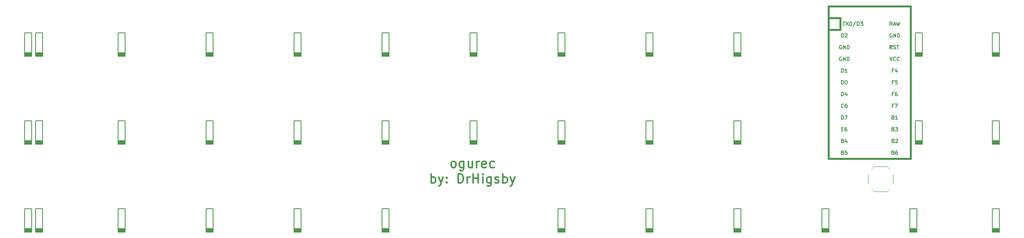
<source format=gbr>
%TF.GenerationSoftware,KiCad,Pcbnew,(5.1.9)-1*%
%TF.CreationDate,2021-06-01T11:31:06-07:00*%
%TF.ProjectId,ogurec,6f677572-6563-42e6-9b69-6361645f7063,rev?*%
%TF.SameCoordinates,Original*%
%TF.FileFunction,Legend,Top*%
%TF.FilePolarity,Positive*%
%FSLAX46Y46*%
G04 Gerber Fmt 4.6, Leading zero omitted, Abs format (unit mm)*
G04 Created by KiCad (PCBNEW (5.1.9)-1) date 2021-06-01 11:31:06*
%MOMM*%
%LPD*%
G01*
G04 APERTURE LIST*
%ADD10C,0.350000*%
%ADD11C,0.120000*%
%ADD12C,0.150000*%
%ADD13C,0.381000*%
G04 APERTURE END LIST*
D10*
X150278365Y-75498341D02*
X150087889Y-75403103D01*
X149992651Y-75307865D01*
X149897413Y-75117389D01*
X149897413Y-74545960D01*
X149992651Y-74355484D01*
X150087889Y-74260246D01*
X150278365Y-74165008D01*
X150564080Y-74165008D01*
X150754556Y-74260246D01*
X150849794Y-74355484D01*
X150945032Y-74545960D01*
X150945032Y-75117389D01*
X150849794Y-75307865D01*
X150754556Y-75403103D01*
X150564080Y-75498341D01*
X150278365Y-75498341D01*
X152659318Y-74165008D02*
X152659318Y-75784056D01*
X152564080Y-75974532D01*
X152468841Y-76069770D01*
X152278365Y-76165008D01*
X151992651Y-76165008D01*
X151802175Y-76069770D01*
X152659318Y-75403103D02*
X152468841Y-75498341D01*
X152087889Y-75498341D01*
X151897413Y-75403103D01*
X151802175Y-75307865D01*
X151706937Y-75117389D01*
X151706937Y-74545960D01*
X151802175Y-74355484D01*
X151897413Y-74260246D01*
X152087889Y-74165008D01*
X152468841Y-74165008D01*
X152659318Y-74260246D01*
X154468841Y-74165008D02*
X154468841Y-75498341D01*
X153611699Y-74165008D02*
X153611699Y-75212627D01*
X153706937Y-75403103D01*
X153897413Y-75498341D01*
X154183127Y-75498341D01*
X154373603Y-75403103D01*
X154468841Y-75307865D01*
X155421222Y-75498341D02*
X155421222Y-74165008D01*
X155421222Y-74545960D02*
X155516460Y-74355484D01*
X155611699Y-74260246D01*
X155802175Y-74165008D01*
X155992651Y-74165008D01*
X157421222Y-75403103D02*
X157230746Y-75498341D01*
X156849794Y-75498341D01*
X156659318Y-75403103D01*
X156564080Y-75212627D01*
X156564080Y-74450722D01*
X156659318Y-74260246D01*
X156849794Y-74165008D01*
X157230746Y-74165008D01*
X157421222Y-74260246D01*
X157516460Y-74450722D01*
X157516460Y-74641199D01*
X156564080Y-74831675D01*
X159230746Y-75403103D02*
X159040270Y-75498341D01*
X158659318Y-75498341D01*
X158468841Y-75403103D01*
X158373603Y-75307865D01*
X158278365Y-75117389D01*
X158278365Y-74545960D01*
X158373603Y-74355484D01*
X158468841Y-74260246D01*
X158659318Y-74165008D01*
X159040270Y-74165008D01*
X159230746Y-74260246D01*
X145611699Y-78848341D02*
X145611699Y-76848341D01*
X145611699Y-77610246D02*
X145802175Y-77515008D01*
X146183127Y-77515008D01*
X146373603Y-77610246D01*
X146468841Y-77705484D01*
X146564080Y-77895960D01*
X146564080Y-78467389D01*
X146468841Y-78657865D01*
X146373603Y-78753103D01*
X146183127Y-78848341D01*
X145802175Y-78848341D01*
X145611699Y-78753103D01*
X147230746Y-77515008D02*
X147706937Y-78848341D01*
X148183127Y-77515008D02*
X147706937Y-78848341D01*
X147516460Y-79324532D01*
X147421222Y-79419770D01*
X147230746Y-79515008D01*
X148945032Y-78657865D02*
X149040270Y-78753103D01*
X148945032Y-78848341D01*
X148849794Y-78753103D01*
X148945032Y-78657865D01*
X148945032Y-78848341D01*
X148945032Y-77610246D02*
X149040270Y-77705484D01*
X148945032Y-77800722D01*
X148849794Y-77705484D01*
X148945032Y-77610246D01*
X148945032Y-77800722D01*
X151421222Y-78848341D02*
X151421222Y-76848341D01*
X151897413Y-76848341D01*
X152183127Y-76943580D01*
X152373603Y-77134056D01*
X152468841Y-77324532D01*
X152564080Y-77705484D01*
X152564080Y-77991199D01*
X152468841Y-78372151D01*
X152373603Y-78562627D01*
X152183127Y-78753103D01*
X151897413Y-78848341D01*
X151421222Y-78848341D01*
X153421222Y-78848341D02*
X153421222Y-77515008D01*
X153421222Y-77895960D02*
X153516460Y-77705484D01*
X153611699Y-77610246D01*
X153802175Y-77515008D01*
X153992651Y-77515008D01*
X154659318Y-78848341D02*
X154659318Y-76848341D01*
X154659318Y-77800722D02*
X155802175Y-77800722D01*
X155802175Y-78848341D02*
X155802175Y-76848341D01*
X156754556Y-78848341D02*
X156754556Y-77515008D01*
X156754556Y-76848341D02*
X156659318Y-76943580D01*
X156754556Y-77038818D01*
X156849794Y-76943580D01*
X156754556Y-76848341D01*
X156754556Y-77038818D01*
X158564080Y-77515008D02*
X158564080Y-79134056D01*
X158468841Y-79324532D01*
X158373603Y-79419770D01*
X158183127Y-79515008D01*
X157897413Y-79515008D01*
X157706937Y-79419770D01*
X158564080Y-78753103D02*
X158373603Y-78848341D01*
X157992651Y-78848341D01*
X157802175Y-78753103D01*
X157706937Y-78657865D01*
X157611699Y-78467389D01*
X157611699Y-77895960D01*
X157706937Y-77705484D01*
X157802175Y-77610246D01*
X157992651Y-77515008D01*
X158373603Y-77515008D01*
X158564080Y-77610246D01*
X159421222Y-78753103D02*
X159611699Y-78848341D01*
X159992651Y-78848341D01*
X160183127Y-78753103D01*
X160278365Y-78562627D01*
X160278365Y-78467389D01*
X160183127Y-78276913D01*
X159992651Y-78181675D01*
X159706937Y-78181675D01*
X159516460Y-78086437D01*
X159421222Y-77895960D01*
X159421222Y-77800722D01*
X159516460Y-77610246D01*
X159706937Y-77515008D01*
X159992651Y-77515008D01*
X160183127Y-77610246D01*
X161135508Y-78848341D02*
X161135508Y-76848341D01*
X161135508Y-77610246D02*
X161325984Y-77515008D01*
X161706937Y-77515008D01*
X161897413Y-77610246D01*
X161992651Y-77705484D01*
X162087889Y-77895960D01*
X162087889Y-78467389D01*
X161992651Y-78657865D01*
X161897413Y-78753103D01*
X161706937Y-78848341D01*
X161325984Y-78848341D01*
X161135508Y-78753103D01*
X162754556Y-77515008D02*
X163230746Y-78848341D01*
X163706937Y-77515008D02*
X163230746Y-78848341D01*
X163040270Y-79324532D01*
X162945032Y-79419770D01*
X162754556Y-79515008D01*
D11*
%TO.C,RESET1a1*%
X241437704Y-75266003D02*
X240947704Y-75756003D01*
X244337704Y-75266003D02*
X241437704Y-75266003D01*
X244337704Y-75266003D02*
X244827704Y-75756003D01*
X244337704Y-80706003D02*
X241437704Y-80706003D01*
X244337704Y-80706003D02*
X244827704Y-80216003D01*
X240167704Y-76946003D02*
X240167704Y-79026003D01*
X241437704Y-80706003D02*
X240947704Y-80216003D01*
X245607704Y-76946003D02*
X245607704Y-79026003D01*
D12*
%TO.C,D36*%
X267128850Y-84375698D02*
X267128850Y-89455698D01*
X267128850Y-89455698D02*
X268652850Y-89455698D01*
X268652850Y-89455698D02*
X268652850Y-84375698D01*
X268652850Y-84375698D02*
X267128850Y-84375698D01*
X267128850Y-84375698D02*
X267128850Y-84883698D01*
X267128850Y-89074698D02*
X268652850Y-89074698D01*
X268652850Y-89201698D02*
X267128850Y-89201698D01*
X267128850Y-89328698D02*
X268652850Y-89328698D01*
X268652850Y-88947698D02*
X267128850Y-88947698D01*
X267128850Y-88820698D02*
X268652850Y-88820698D01*
X267128850Y-88693698D02*
X268652850Y-88693698D01*
%TO.C,D35*%
X249269460Y-84375698D02*
X249269460Y-89455698D01*
X249269460Y-89455698D02*
X250793460Y-89455698D01*
X250793460Y-89455698D02*
X250793460Y-84375698D01*
X250793460Y-84375698D02*
X249269460Y-84375698D01*
X249269460Y-84375698D02*
X249269460Y-84883698D01*
X249269460Y-89074698D02*
X250793460Y-89074698D01*
X250793460Y-89201698D02*
X249269460Y-89201698D01*
X249269460Y-89328698D02*
X250793460Y-89328698D01*
X250793460Y-88947698D02*
X249269460Y-88947698D01*
X249269460Y-88820698D02*
X250793460Y-88820698D01*
X249269460Y-88693698D02*
X250793460Y-88693698D01*
%TO.C,D34*%
X230219444Y-84375698D02*
X230219444Y-89455698D01*
X230219444Y-89455698D02*
X231743444Y-89455698D01*
X231743444Y-89455698D02*
X231743444Y-84375698D01*
X231743444Y-84375698D02*
X230219444Y-84375698D01*
X230219444Y-84375698D02*
X230219444Y-84883698D01*
X230219444Y-89074698D02*
X231743444Y-89074698D01*
X231743444Y-89201698D02*
X230219444Y-89201698D01*
X230219444Y-89328698D02*
X231743444Y-89328698D01*
X231743444Y-88947698D02*
X230219444Y-88947698D01*
X230219444Y-88820698D02*
X231743444Y-88820698D01*
X230219444Y-88693698D02*
X231743444Y-88693698D01*
%TO.C,D33*%
X211169428Y-84375698D02*
X211169428Y-89455698D01*
X211169428Y-89455698D02*
X212693428Y-89455698D01*
X212693428Y-89455698D02*
X212693428Y-84375698D01*
X212693428Y-84375698D02*
X211169428Y-84375698D01*
X211169428Y-84375698D02*
X211169428Y-84883698D01*
X211169428Y-89074698D02*
X212693428Y-89074698D01*
X212693428Y-89201698D02*
X211169428Y-89201698D01*
X211169428Y-89328698D02*
X212693428Y-89328698D01*
X212693428Y-88947698D02*
X211169428Y-88947698D01*
X211169428Y-88820698D02*
X212693428Y-88820698D01*
X211169428Y-88693698D02*
X212693428Y-88693698D01*
%TO.C,D32*%
X192119412Y-84375698D02*
X192119412Y-89455698D01*
X192119412Y-89455698D02*
X193643412Y-89455698D01*
X193643412Y-89455698D02*
X193643412Y-84375698D01*
X193643412Y-84375698D02*
X192119412Y-84375698D01*
X192119412Y-84375698D02*
X192119412Y-84883698D01*
X192119412Y-89074698D02*
X193643412Y-89074698D01*
X193643412Y-89201698D02*
X192119412Y-89201698D01*
X192119412Y-89328698D02*
X193643412Y-89328698D01*
X193643412Y-88947698D02*
X192119412Y-88947698D01*
X192119412Y-88820698D02*
X193643412Y-88820698D01*
X192119412Y-88693698D02*
X193643412Y-88693698D01*
%TO.C,D31*%
X173069396Y-84375698D02*
X173069396Y-89455698D01*
X173069396Y-89455698D02*
X174593396Y-89455698D01*
X174593396Y-89455698D02*
X174593396Y-84375698D01*
X174593396Y-84375698D02*
X173069396Y-84375698D01*
X173069396Y-84375698D02*
X173069396Y-84883698D01*
X173069396Y-89074698D02*
X174593396Y-89074698D01*
X174593396Y-89201698D02*
X173069396Y-89201698D01*
X173069396Y-89328698D02*
X174593396Y-89328698D01*
X174593396Y-88947698D02*
X173069396Y-88947698D01*
X173069396Y-88820698D02*
X174593396Y-88820698D01*
X173069396Y-88693698D02*
X174593396Y-88693698D01*
%TO.C,D30*%
X134969364Y-84375698D02*
X134969364Y-89455698D01*
X134969364Y-89455698D02*
X136493364Y-89455698D01*
X136493364Y-89455698D02*
X136493364Y-84375698D01*
X136493364Y-84375698D02*
X134969364Y-84375698D01*
X134969364Y-84375698D02*
X134969364Y-84883698D01*
X134969364Y-89074698D02*
X136493364Y-89074698D01*
X136493364Y-89201698D02*
X134969364Y-89201698D01*
X134969364Y-89328698D02*
X136493364Y-89328698D01*
X136493364Y-88947698D02*
X134969364Y-88947698D01*
X134969364Y-88820698D02*
X136493364Y-88820698D01*
X134969364Y-88693698D02*
X136493364Y-88693698D01*
%TO.C,D29*%
X115919348Y-84375698D02*
X115919348Y-89455698D01*
X115919348Y-89455698D02*
X117443348Y-89455698D01*
X117443348Y-89455698D02*
X117443348Y-84375698D01*
X117443348Y-84375698D02*
X115919348Y-84375698D01*
X115919348Y-84375698D02*
X115919348Y-84883698D01*
X115919348Y-89074698D02*
X117443348Y-89074698D01*
X117443348Y-89201698D02*
X115919348Y-89201698D01*
X115919348Y-89328698D02*
X117443348Y-89328698D01*
X117443348Y-88947698D02*
X115919348Y-88947698D01*
X115919348Y-88820698D02*
X117443348Y-88820698D01*
X115919348Y-88693698D02*
X117443348Y-88693698D01*
%TO.C,D28*%
X96869332Y-84375698D02*
X96869332Y-89455698D01*
X96869332Y-89455698D02*
X98393332Y-89455698D01*
X98393332Y-89455698D02*
X98393332Y-84375698D01*
X98393332Y-84375698D02*
X96869332Y-84375698D01*
X96869332Y-84375698D02*
X96869332Y-84883698D01*
X96869332Y-89074698D02*
X98393332Y-89074698D01*
X98393332Y-89201698D02*
X96869332Y-89201698D01*
X96869332Y-89328698D02*
X98393332Y-89328698D01*
X98393332Y-88947698D02*
X96869332Y-88947698D01*
X96869332Y-88820698D02*
X98393332Y-88820698D01*
X96869332Y-88693698D02*
X98393332Y-88693698D01*
%TO.C,D27*%
X77819316Y-84375698D02*
X77819316Y-89455698D01*
X77819316Y-89455698D02*
X79343316Y-89455698D01*
X79343316Y-89455698D02*
X79343316Y-84375698D01*
X79343316Y-84375698D02*
X77819316Y-84375698D01*
X77819316Y-84375698D02*
X77819316Y-84883698D01*
X77819316Y-89074698D02*
X79343316Y-89074698D01*
X79343316Y-89201698D02*
X77819316Y-89201698D01*
X77819316Y-89328698D02*
X79343316Y-89328698D01*
X79343316Y-88947698D02*
X77819316Y-88947698D01*
X77819316Y-88820698D02*
X79343316Y-88820698D01*
X77819316Y-88693698D02*
X79343316Y-88693698D01*
%TO.C,D26*%
X59959926Y-84375698D02*
X59959926Y-89455698D01*
X59959926Y-89455698D02*
X61483926Y-89455698D01*
X61483926Y-89455698D02*
X61483926Y-84375698D01*
X61483926Y-84375698D02*
X59959926Y-84375698D01*
X59959926Y-84375698D02*
X59959926Y-84883698D01*
X59959926Y-89074698D02*
X61483926Y-89074698D01*
X61483926Y-89201698D02*
X59959926Y-89201698D01*
X59959926Y-89328698D02*
X61483926Y-89328698D01*
X61483926Y-88947698D02*
X59959926Y-88947698D01*
X59959926Y-88820698D02*
X61483926Y-88820698D01*
X59959926Y-88693698D02*
X61483926Y-88693698D01*
%TO.C,D25*%
X57578674Y-84375698D02*
X57578674Y-89455698D01*
X57578674Y-89455698D02*
X59102674Y-89455698D01*
X59102674Y-89455698D02*
X59102674Y-84375698D01*
X59102674Y-84375698D02*
X57578674Y-84375698D01*
X57578674Y-84375698D02*
X57578674Y-84883698D01*
X57578674Y-89074698D02*
X59102674Y-89074698D01*
X59102674Y-89201698D02*
X57578674Y-89201698D01*
X57578674Y-89328698D02*
X59102674Y-89328698D01*
X59102674Y-88947698D02*
X57578674Y-88947698D01*
X57578674Y-88820698D02*
X59102674Y-88820698D01*
X57578674Y-88693698D02*
X59102674Y-88693698D01*
%TO.C,D24*%
X267128850Y-65325682D02*
X267128850Y-70405682D01*
X267128850Y-70405682D02*
X268652850Y-70405682D01*
X268652850Y-70405682D02*
X268652850Y-65325682D01*
X268652850Y-65325682D02*
X267128850Y-65325682D01*
X267128850Y-65325682D02*
X267128850Y-65833682D01*
X267128850Y-70024682D02*
X268652850Y-70024682D01*
X268652850Y-70151682D02*
X267128850Y-70151682D01*
X267128850Y-70278682D02*
X268652850Y-70278682D01*
X268652850Y-69897682D02*
X267128850Y-69897682D01*
X267128850Y-69770682D02*
X268652850Y-69770682D01*
X267128850Y-69643682D02*
X268652850Y-69643682D01*
%TO.C,D23*%
X250460086Y-65325682D02*
X250460086Y-70405682D01*
X250460086Y-70405682D02*
X251984086Y-70405682D01*
X251984086Y-70405682D02*
X251984086Y-65325682D01*
X251984086Y-65325682D02*
X250460086Y-65325682D01*
X250460086Y-65325682D02*
X250460086Y-65833682D01*
X250460086Y-70024682D02*
X251984086Y-70024682D01*
X251984086Y-70151682D02*
X250460086Y-70151682D01*
X250460086Y-70278682D02*
X251984086Y-70278682D01*
X251984086Y-69897682D02*
X250460086Y-69897682D01*
X250460086Y-69770682D02*
X251984086Y-69770682D01*
X250460086Y-69643682D02*
X251984086Y-69643682D01*
%TO.C,D22*%
X211169428Y-65325682D02*
X211169428Y-70405682D01*
X211169428Y-70405682D02*
X212693428Y-70405682D01*
X212693428Y-70405682D02*
X212693428Y-65325682D01*
X212693428Y-65325682D02*
X211169428Y-65325682D01*
X211169428Y-65325682D02*
X211169428Y-65833682D01*
X211169428Y-70024682D02*
X212693428Y-70024682D01*
X212693428Y-70151682D02*
X211169428Y-70151682D01*
X211169428Y-70278682D02*
X212693428Y-70278682D01*
X212693428Y-69897682D02*
X211169428Y-69897682D01*
X211169428Y-69770682D02*
X212693428Y-69770682D01*
X211169428Y-69643682D02*
X212693428Y-69643682D01*
%TO.C,D21*%
X192119412Y-65325682D02*
X192119412Y-70405682D01*
X192119412Y-70405682D02*
X193643412Y-70405682D01*
X193643412Y-70405682D02*
X193643412Y-65325682D01*
X193643412Y-65325682D02*
X192119412Y-65325682D01*
X192119412Y-65325682D02*
X192119412Y-65833682D01*
X192119412Y-70024682D02*
X193643412Y-70024682D01*
X193643412Y-70151682D02*
X192119412Y-70151682D01*
X192119412Y-70278682D02*
X193643412Y-70278682D01*
X193643412Y-69897682D02*
X192119412Y-69897682D01*
X192119412Y-69770682D02*
X193643412Y-69770682D01*
X192119412Y-69643682D02*
X193643412Y-69643682D01*
%TO.C,D20*%
X173069396Y-65325682D02*
X173069396Y-70405682D01*
X173069396Y-70405682D02*
X174593396Y-70405682D01*
X174593396Y-70405682D02*
X174593396Y-65325682D01*
X174593396Y-65325682D02*
X173069396Y-65325682D01*
X173069396Y-65325682D02*
X173069396Y-65833682D01*
X173069396Y-70024682D02*
X174593396Y-70024682D01*
X174593396Y-70151682D02*
X173069396Y-70151682D01*
X173069396Y-70278682D02*
X174593396Y-70278682D01*
X174593396Y-69897682D02*
X173069396Y-69897682D01*
X173069396Y-69770682D02*
X174593396Y-69770682D01*
X173069396Y-69643682D02*
X174593396Y-69643682D01*
%TO.C,D19*%
X154019380Y-65325682D02*
X154019380Y-70405682D01*
X154019380Y-70405682D02*
X155543380Y-70405682D01*
X155543380Y-70405682D02*
X155543380Y-65325682D01*
X155543380Y-65325682D02*
X154019380Y-65325682D01*
X154019380Y-65325682D02*
X154019380Y-65833682D01*
X154019380Y-70024682D02*
X155543380Y-70024682D01*
X155543380Y-70151682D02*
X154019380Y-70151682D01*
X154019380Y-70278682D02*
X155543380Y-70278682D01*
X155543380Y-69897682D02*
X154019380Y-69897682D01*
X154019380Y-69770682D02*
X155543380Y-69770682D01*
X154019380Y-69643682D02*
X155543380Y-69643682D01*
%TO.C,D18*%
X134969364Y-65325682D02*
X134969364Y-70405682D01*
X134969364Y-70405682D02*
X136493364Y-70405682D01*
X136493364Y-70405682D02*
X136493364Y-65325682D01*
X136493364Y-65325682D02*
X134969364Y-65325682D01*
X134969364Y-65325682D02*
X134969364Y-65833682D01*
X134969364Y-70024682D02*
X136493364Y-70024682D01*
X136493364Y-70151682D02*
X134969364Y-70151682D01*
X134969364Y-70278682D02*
X136493364Y-70278682D01*
X136493364Y-69897682D02*
X134969364Y-69897682D01*
X134969364Y-69770682D02*
X136493364Y-69770682D01*
X134969364Y-69643682D02*
X136493364Y-69643682D01*
%TO.C,D17*%
X115919348Y-65325682D02*
X115919348Y-70405682D01*
X115919348Y-70405682D02*
X117443348Y-70405682D01*
X117443348Y-70405682D02*
X117443348Y-65325682D01*
X117443348Y-65325682D02*
X115919348Y-65325682D01*
X115919348Y-65325682D02*
X115919348Y-65833682D01*
X115919348Y-70024682D02*
X117443348Y-70024682D01*
X117443348Y-70151682D02*
X115919348Y-70151682D01*
X115919348Y-70278682D02*
X117443348Y-70278682D01*
X117443348Y-69897682D02*
X115919348Y-69897682D01*
X115919348Y-69770682D02*
X117443348Y-69770682D01*
X115919348Y-69643682D02*
X117443348Y-69643682D01*
%TO.C,D16*%
X96869332Y-65325682D02*
X96869332Y-70405682D01*
X96869332Y-70405682D02*
X98393332Y-70405682D01*
X98393332Y-70405682D02*
X98393332Y-65325682D01*
X98393332Y-65325682D02*
X96869332Y-65325682D01*
X96869332Y-65325682D02*
X96869332Y-65833682D01*
X96869332Y-70024682D02*
X98393332Y-70024682D01*
X98393332Y-70151682D02*
X96869332Y-70151682D01*
X96869332Y-70278682D02*
X98393332Y-70278682D01*
X98393332Y-69897682D02*
X96869332Y-69897682D01*
X96869332Y-69770682D02*
X98393332Y-69770682D01*
X96869332Y-69643682D02*
X98393332Y-69643682D01*
%TO.C,D15*%
X77819316Y-65325682D02*
X77819316Y-70405682D01*
X77819316Y-70405682D02*
X79343316Y-70405682D01*
X79343316Y-70405682D02*
X79343316Y-65325682D01*
X79343316Y-65325682D02*
X77819316Y-65325682D01*
X77819316Y-65325682D02*
X77819316Y-65833682D01*
X77819316Y-70024682D02*
X79343316Y-70024682D01*
X79343316Y-70151682D02*
X77819316Y-70151682D01*
X77819316Y-70278682D02*
X79343316Y-70278682D01*
X79343316Y-69897682D02*
X77819316Y-69897682D01*
X77819316Y-69770682D02*
X79343316Y-69770682D01*
X77819316Y-69643682D02*
X79343316Y-69643682D01*
%TO.C,D14*%
X59959926Y-65325682D02*
X59959926Y-70405682D01*
X59959926Y-70405682D02*
X61483926Y-70405682D01*
X61483926Y-70405682D02*
X61483926Y-65325682D01*
X61483926Y-65325682D02*
X59959926Y-65325682D01*
X59959926Y-65325682D02*
X59959926Y-65833682D01*
X59959926Y-70024682D02*
X61483926Y-70024682D01*
X61483926Y-70151682D02*
X59959926Y-70151682D01*
X59959926Y-70278682D02*
X61483926Y-70278682D01*
X61483926Y-69897682D02*
X59959926Y-69897682D01*
X59959926Y-69770682D02*
X61483926Y-69770682D01*
X59959926Y-69643682D02*
X61483926Y-69643682D01*
%TO.C,D13*%
X57578674Y-65325682D02*
X57578674Y-70405682D01*
X57578674Y-70405682D02*
X59102674Y-70405682D01*
X59102674Y-70405682D02*
X59102674Y-65325682D01*
X59102674Y-65325682D02*
X57578674Y-65325682D01*
X57578674Y-65325682D02*
X57578674Y-65833682D01*
X57578674Y-70024682D02*
X59102674Y-70024682D01*
X59102674Y-70151682D02*
X57578674Y-70151682D01*
X57578674Y-70278682D02*
X59102674Y-70278682D01*
X59102674Y-69897682D02*
X57578674Y-69897682D01*
X57578674Y-69770682D02*
X59102674Y-69770682D01*
X57578674Y-69643682D02*
X59102674Y-69643682D01*
%TO.C,D12*%
X267128850Y-46275666D02*
X267128850Y-51355666D01*
X267128850Y-51355666D02*
X268652850Y-51355666D01*
X268652850Y-51355666D02*
X268652850Y-46275666D01*
X268652850Y-46275666D02*
X267128850Y-46275666D01*
X267128850Y-46275666D02*
X267128850Y-46783666D01*
X267128850Y-50974666D02*
X268652850Y-50974666D01*
X268652850Y-51101666D02*
X267128850Y-51101666D01*
X267128850Y-51228666D02*
X268652850Y-51228666D01*
X268652850Y-50847666D02*
X267128850Y-50847666D01*
X267128850Y-50720666D02*
X268652850Y-50720666D01*
X267128850Y-50593666D02*
X268652850Y-50593666D01*
%TO.C,D11*%
X250460086Y-46275666D02*
X250460086Y-51355666D01*
X250460086Y-51355666D02*
X251984086Y-51355666D01*
X251984086Y-51355666D02*
X251984086Y-46275666D01*
X251984086Y-46275666D02*
X250460086Y-46275666D01*
X250460086Y-46275666D02*
X250460086Y-46783666D01*
X250460086Y-50974666D02*
X251984086Y-50974666D01*
X251984086Y-51101666D02*
X250460086Y-51101666D01*
X250460086Y-51228666D02*
X251984086Y-51228666D01*
X251984086Y-50847666D02*
X250460086Y-50847666D01*
X250460086Y-50720666D02*
X251984086Y-50720666D01*
X250460086Y-50593666D02*
X251984086Y-50593666D01*
%TO.C,D10*%
X211169428Y-46275666D02*
X211169428Y-51355666D01*
X211169428Y-51355666D02*
X212693428Y-51355666D01*
X212693428Y-51355666D02*
X212693428Y-46275666D01*
X212693428Y-46275666D02*
X211169428Y-46275666D01*
X211169428Y-46275666D02*
X211169428Y-46783666D01*
X211169428Y-50974666D02*
X212693428Y-50974666D01*
X212693428Y-51101666D02*
X211169428Y-51101666D01*
X211169428Y-51228666D02*
X212693428Y-51228666D01*
X212693428Y-50847666D02*
X211169428Y-50847666D01*
X211169428Y-50720666D02*
X212693428Y-50720666D01*
X211169428Y-50593666D02*
X212693428Y-50593666D01*
%TO.C,D9*%
X192119412Y-46275666D02*
X192119412Y-51355666D01*
X192119412Y-51355666D02*
X193643412Y-51355666D01*
X193643412Y-51355666D02*
X193643412Y-46275666D01*
X193643412Y-46275666D02*
X192119412Y-46275666D01*
X192119412Y-46275666D02*
X192119412Y-46783666D01*
X192119412Y-50974666D02*
X193643412Y-50974666D01*
X193643412Y-51101666D02*
X192119412Y-51101666D01*
X192119412Y-51228666D02*
X193643412Y-51228666D01*
X193643412Y-50847666D02*
X192119412Y-50847666D01*
X192119412Y-50720666D02*
X193643412Y-50720666D01*
X192119412Y-50593666D02*
X193643412Y-50593666D01*
%TO.C,D8*%
X173069396Y-46275666D02*
X173069396Y-51355666D01*
X173069396Y-51355666D02*
X174593396Y-51355666D01*
X174593396Y-51355666D02*
X174593396Y-46275666D01*
X174593396Y-46275666D02*
X173069396Y-46275666D01*
X173069396Y-46275666D02*
X173069396Y-46783666D01*
X173069396Y-50974666D02*
X174593396Y-50974666D01*
X174593396Y-51101666D02*
X173069396Y-51101666D01*
X173069396Y-51228666D02*
X174593396Y-51228666D01*
X174593396Y-50847666D02*
X173069396Y-50847666D01*
X173069396Y-50720666D02*
X174593396Y-50720666D01*
X173069396Y-50593666D02*
X174593396Y-50593666D01*
%TO.C,D7*%
X154019380Y-46275666D02*
X154019380Y-51355666D01*
X154019380Y-51355666D02*
X155543380Y-51355666D01*
X155543380Y-51355666D02*
X155543380Y-46275666D01*
X155543380Y-46275666D02*
X154019380Y-46275666D01*
X154019380Y-46275666D02*
X154019380Y-46783666D01*
X154019380Y-50974666D02*
X155543380Y-50974666D01*
X155543380Y-51101666D02*
X154019380Y-51101666D01*
X154019380Y-51228666D02*
X155543380Y-51228666D01*
X155543380Y-50847666D02*
X154019380Y-50847666D01*
X154019380Y-50720666D02*
X155543380Y-50720666D01*
X154019380Y-50593666D02*
X155543380Y-50593666D01*
%TO.C,D6*%
X134969364Y-46275666D02*
X134969364Y-51355666D01*
X134969364Y-51355666D02*
X136493364Y-51355666D01*
X136493364Y-51355666D02*
X136493364Y-46275666D01*
X136493364Y-46275666D02*
X134969364Y-46275666D01*
X134969364Y-46275666D02*
X134969364Y-46783666D01*
X134969364Y-50974666D02*
X136493364Y-50974666D01*
X136493364Y-51101666D02*
X134969364Y-51101666D01*
X134969364Y-51228666D02*
X136493364Y-51228666D01*
X136493364Y-50847666D02*
X134969364Y-50847666D01*
X134969364Y-50720666D02*
X136493364Y-50720666D01*
X134969364Y-50593666D02*
X136493364Y-50593666D01*
%TO.C,D5*%
X115919348Y-46275666D02*
X115919348Y-51355666D01*
X115919348Y-51355666D02*
X117443348Y-51355666D01*
X117443348Y-51355666D02*
X117443348Y-46275666D01*
X117443348Y-46275666D02*
X115919348Y-46275666D01*
X115919348Y-46275666D02*
X115919348Y-46783666D01*
X115919348Y-50974666D02*
X117443348Y-50974666D01*
X117443348Y-51101666D02*
X115919348Y-51101666D01*
X115919348Y-51228666D02*
X117443348Y-51228666D01*
X117443348Y-50847666D02*
X115919348Y-50847666D01*
X115919348Y-50720666D02*
X117443348Y-50720666D01*
X115919348Y-50593666D02*
X117443348Y-50593666D01*
%TO.C,D4*%
X96869332Y-46275666D02*
X96869332Y-51355666D01*
X96869332Y-51355666D02*
X98393332Y-51355666D01*
X98393332Y-51355666D02*
X98393332Y-46275666D01*
X98393332Y-46275666D02*
X96869332Y-46275666D01*
X96869332Y-46275666D02*
X96869332Y-46783666D01*
X96869332Y-50974666D02*
X98393332Y-50974666D01*
X98393332Y-51101666D02*
X96869332Y-51101666D01*
X96869332Y-51228666D02*
X98393332Y-51228666D01*
X98393332Y-50847666D02*
X96869332Y-50847666D01*
X96869332Y-50720666D02*
X98393332Y-50720666D01*
X96869332Y-50593666D02*
X98393332Y-50593666D01*
%TO.C,D3*%
X77819316Y-46275666D02*
X77819316Y-51355666D01*
X77819316Y-51355666D02*
X79343316Y-51355666D01*
X79343316Y-51355666D02*
X79343316Y-46275666D01*
X79343316Y-46275666D02*
X77819316Y-46275666D01*
X77819316Y-46275666D02*
X77819316Y-46783666D01*
X77819316Y-50974666D02*
X79343316Y-50974666D01*
X79343316Y-51101666D02*
X77819316Y-51101666D01*
X77819316Y-51228666D02*
X79343316Y-51228666D01*
X79343316Y-50847666D02*
X77819316Y-50847666D01*
X77819316Y-50720666D02*
X79343316Y-50720666D01*
X77819316Y-50593666D02*
X79343316Y-50593666D01*
%TO.C,D2*%
X59959926Y-46275666D02*
X59959926Y-51355666D01*
X59959926Y-51355666D02*
X61483926Y-51355666D01*
X61483926Y-51355666D02*
X61483926Y-46275666D01*
X61483926Y-46275666D02*
X59959926Y-46275666D01*
X59959926Y-46275666D02*
X59959926Y-46783666D01*
X59959926Y-50974666D02*
X61483926Y-50974666D01*
X61483926Y-51101666D02*
X59959926Y-51101666D01*
X59959926Y-51228666D02*
X61483926Y-51228666D01*
X61483926Y-50847666D02*
X59959926Y-50847666D01*
X59959926Y-50720666D02*
X61483926Y-50720666D01*
X59959926Y-50593666D02*
X61483926Y-50593666D01*
%TO.C,D1*%
X57578674Y-46275666D02*
X57578674Y-51355666D01*
X57578674Y-51355666D02*
X59102674Y-51355666D01*
X59102674Y-51355666D02*
X59102674Y-46275666D01*
X59102674Y-46275666D02*
X57578674Y-46275666D01*
X57578674Y-46275666D02*
X57578674Y-46783666D01*
X57578674Y-50974666D02*
X59102674Y-50974666D01*
X59102674Y-51101666D02*
X57578674Y-51101666D01*
X57578674Y-51228666D02*
X59102674Y-51228666D01*
X59102674Y-50847666D02*
X57578674Y-50847666D01*
X57578674Y-50720666D02*
X59102674Y-50720666D01*
X57578674Y-50593666D02*
X59102674Y-50593666D01*
D13*
%TO.C,PM1*%
X231616452Y-43100674D02*
X231616452Y-73580674D01*
X231616452Y-73580674D02*
X249396452Y-73580674D01*
X249396452Y-73580674D02*
X249396452Y-43100674D01*
X234156452Y-43100674D02*
X234156452Y-45640674D01*
X234156452Y-45640674D02*
X231616452Y-45640674D01*
D12*
G36*
X245438020Y-48980034D02*
G01*
X245438020Y-49280034D01*
X245338020Y-49280034D01*
X245338020Y-48980034D01*
X245438020Y-48980034D01*
G37*
X245438020Y-48980034D02*
X245438020Y-49280034D01*
X245338020Y-49280034D01*
X245338020Y-48980034D01*
X245438020Y-48980034D01*
G36*
X245238020Y-49380034D02*
G01*
X245238020Y-49480034D01*
X245138020Y-49480034D01*
X245138020Y-49380034D01*
X245238020Y-49380034D01*
G37*
X245238020Y-49380034D02*
X245238020Y-49480034D01*
X245138020Y-49480034D01*
X245138020Y-49380034D01*
X245238020Y-49380034D01*
G36*
X245438020Y-48980034D02*
G01*
X245438020Y-49080034D01*
X244938020Y-49080034D01*
X244938020Y-48980034D01*
X245438020Y-48980034D01*
G37*
X245438020Y-48980034D02*
X245438020Y-49080034D01*
X244938020Y-49080034D01*
X244938020Y-48980034D01*
X245438020Y-48980034D01*
G36*
X245038020Y-48980034D02*
G01*
X245038020Y-49780034D01*
X244938020Y-49780034D01*
X244938020Y-48980034D01*
X245038020Y-48980034D01*
G37*
X245038020Y-48980034D02*
X245038020Y-49780034D01*
X244938020Y-49780034D01*
X244938020Y-48980034D01*
X245038020Y-48980034D01*
G36*
X245438020Y-49580034D02*
G01*
X245438020Y-49780034D01*
X245338020Y-49780034D01*
X245338020Y-49580034D01*
X245438020Y-49580034D01*
G37*
X245438020Y-49580034D02*
X245438020Y-49780034D01*
X245338020Y-49780034D01*
X245338020Y-49580034D01*
X245438020Y-49580034D01*
D13*
X249396452Y-43100674D02*
X249396452Y-40560674D01*
X249396452Y-40560674D02*
X231616452Y-40560674D01*
X231616452Y-40560674D02*
X231616452Y-43100674D01*
X234156452Y-43100674D02*
X231616452Y-43100674D01*
D12*
X234744103Y-43932578D02*
X235201246Y-43932578D01*
X234972675Y-44732578D02*
X234972675Y-43932578D01*
X235391722Y-43932578D02*
X235925056Y-44732578D01*
X235925056Y-43932578D02*
X235391722Y-44732578D01*
X236382199Y-43932578D02*
X236458389Y-43932578D01*
X236534580Y-43970674D01*
X236572675Y-44008769D01*
X236610770Y-44084959D01*
X236648865Y-44237340D01*
X236648865Y-44427816D01*
X236610770Y-44580197D01*
X236572675Y-44656388D01*
X236534580Y-44694483D01*
X236458389Y-44732578D01*
X236382199Y-44732578D01*
X236306008Y-44694483D01*
X236267913Y-44656388D01*
X236229818Y-44580197D01*
X236191722Y-44427816D01*
X236191722Y-44237340D01*
X236229818Y-44084959D01*
X236267913Y-44008769D01*
X236306008Y-43970674D01*
X236382199Y-43932578D01*
X237563151Y-43894483D02*
X236877437Y-44923054D01*
X237829818Y-44732578D02*
X237829818Y-43932578D01*
X238020294Y-43932578D01*
X238134580Y-43970674D01*
X238210770Y-44046864D01*
X238248865Y-44123054D01*
X238286960Y-44275435D01*
X238286960Y-44389721D01*
X238248865Y-44542102D01*
X238210770Y-44618293D01*
X238134580Y-44694483D01*
X238020294Y-44732578D01*
X237829818Y-44732578D01*
X238553627Y-43932578D02*
X239048865Y-43932578D01*
X238782199Y-44237340D01*
X238896484Y-44237340D01*
X238972675Y-44275435D01*
X239010770Y-44313531D01*
X239048865Y-44389721D01*
X239048865Y-44580197D01*
X239010770Y-44656388D01*
X238972675Y-44694483D01*
X238896484Y-44732578D01*
X238667913Y-44732578D01*
X238591722Y-44694483D01*
X238553627Y-44656388D01*
X234454975Y-47272578D02*
X234454975Y-46472578D01*
X234645452Y-46472578D01*
X234759737Y-46510674D01*
X234835928Y-46586864D01*
X234874023Y-46663054D01*
X234912118Y-46815435D01*
X234912118Y-46929721D01*
X234874023Y-47082102D01*
X234835928Y-47158293D01*
X234759737Y-47234483D01*
X234645452Y-47272578D01*
X234454975Y-47272578D01*
X235216880Y-46548769D02*
X235254975Y-46510674D01*
X235331166Y-46472578D01*
X235521642Y-46472578D01*
X235597832Y-46510674D01*
X235635928Y-46548769D01*
X235674023Y-46624959D01*
X235674023Y-46701150D01*
X235635928Y-46815435D01*
X235178785Y-47272578D01*
X235674023Y-47272578D01*
X234454975Y-57432578D02*
X234454975Y-56632578D01*
X234645452Y-56632578D01*
X234759737Y-56670674D01*
X234835928Y-56746864D01*
X234874023Y-56823054D01*
X234912118Y-56975435D01*
X234912118Y-57089721D01*
X234874023Y-57242102D01*
X234835928Y-57318293D01*
X234759737Y-57394483D01*
X234645452Y-57432578D01*
X234454975Y-57432578D01*
X235407356Y-56632578D02*
X235483547Y-56632578D01*
X235559737Y-56670674D01*
X235597832Y-56708769D01*
X235635928Y-56784959D01*
X235674023Y-56937340D01*
X235674023Y-57127816D01*
X235635928Y-57280197D01*
X235597832Y-57356388D01*
X235559737Y-57394483D01*
X235483547Y-57432578D01*
X235407356Y-57432578D01*
X235331166Y-57394483D01*
X235293071Y-57356388D01*
X235254975Y-57280197D01*
X235216880Y-57127816D01*
X235216880Y-56937340D01*
X235254975Y-56784959D01*
X235293071Y-56708769D01*
X235331166Y-56670674D01*
X235407356Y-56632578D01*
X234454975Y-54892578D02*
X234454975Y-54092578D01*
X234645452Y-54092578D01*
X234759737Y-54130674D01*
X234835928Y-54206864D01*
X234874023Y-54283054D01*
X234912118Y-54435435D01*
X234912118Y-54549721D01*
X234874023Y-54702102D01*
X234835928Y-54778293D01*
X234759737Y-54854483D01*
X234645452Y-54892578D01*
X234454975Y-54892578D01*
X235674023Y-54892578D02*
X235216880Y-54892578D01*
X235445452Y-54892578D02*
X235445452Y-54092578D01*
X235369261Y-54206864D01*
X235293071Y-54283054D01*
X235216880Y-54321150D01*
X234435928Y-51590674D02*
X234359737Y-51552578D01*
X234245452Y-51552578D01*
X234131166Y-51590674D01*
X234054975Y-51666864D01*
X234016880Y-51743054D01*
X233978785Y-51895435D01*
X233978785Y-52009721D01*
X234016880Y-52162102D01*
X234054975Y-52238293D01*
X234131166Y-52314483D01*
X234245452Y-52352578D01*
X234321642Y-52352578D01*
X234435928Y-52314483D01*
X234474023Y-52276388D01*
X234474023Y-52009721D01*
X234321642Y-52009721D01*
X234816880Y-52352578D02*
X234816880Y-51552578D01*
X235274023Y-52352578D01*
X235274023Y-51552578D01*
X235654975Y-52352578D02*
X235654975Y-51552578D01*
X235845452Y-51552578D01*
X235959737Y-51590674D01*
X236035928Y-51666864D01*
X236074023Y-51743054D01*
X236112118Y-51895435D01*
X236112118Y-52009721D01*
X236074023Y-52162102D01*
X236035928Y-52238293D01*
X235959737Y-52314483D01*
X235845452Y-52352578D01*
X235654975Y-52352578D01*
X234435928Y-49050674D02*
X234359737Y-49012578D01*
X234245452Y-49012578D01*
X234131166Y-49050674D01*
X234054975Y-49126864D01*
X234016880Y-49203054D01*
X233978785Y-49355435D01*
X233978785Y-49469721D01*
X234016880Y-49622102D01*
X234054975Y-49698293D01*
X234131166Y-49774483D01*
X234245452Y-49812578D01*
X234321642Y-49812578D01*
X234435928Y-49774483D01*
X234474023Y-49736388D01*
X234474023Y-49469721D01*
X234321642Y-49469721D01*
X234816880Y-49812578D02*
X234816880Y-49012578D01*
X235274023Y-49812578D01*
X235274023Y-49012578D01*
X235654975Y-49812578D02*
X235654975Y-49012578D01*
X235845452Y-49012578D01*
X235959737Y-49050674D01*
X236035928Y-49126864D01*
X236074023Y-49203054D01*
X236112118Y-49355435D01*
X236112118Y-49469721D01*
X236074023Y-49622102D01*
X236035928Y-49698293D01*
X235959737Y-49774483D01*
X235845452Y-49812578D01*
X235654975Y-49812578D01*
X234454975Y-59972578D02*
X234454975Y-59172578D01*
X234645452Y-59172578D01*
X234759737Y-59210674D01*
X234835928Y-59286864D01*
X234874023Y-59363054D01*
X234912118Y-59515435D01*
X234912118Y-59629721D01*
X234874023Y-59782102D01*
X234835928Y-59858293D01*
X234759737Y-59934483D01*
X234645452Y-59972578D01*
X234454975Y-59972578D01*
X235597832Y-59439245D02*
X235597832Y-59972578D01*
X235407356Y-59134483D02*
X235216880Y-59705912D01*
X235712118Y-59705912D01*
X234912118Y-62436388D02*
X234874023Y-62474483D01*
X234759737Y-62512578D01*
X234683547Y-62512578D01*
X234569261Y-62474483D01*
X234493071Y-62398293D01*
X234454975Y-62322102D01*
X234416880Y-62169721D01*
X234416880Y-62055435D01*
X234454975Y-61903054D01*
X234493071Y-61826864D01*
X234569261Y-61750674D01*
X234683547Y-61712578D01*
X234759737Y-61712578D01*
X234874023Y-61750674D01*
X234912118Y-61788769D01*
X235597832Y-61712578D02*
X235445452Y-61712578D01*
X235369261Y-61750674D01*
X235331166Y-61788769D01*
X235254975Y-61903054D01*
X235216880Y-62055435D01*
X235216880Y-62360197D01*
X235254975Y-62436388D01*
X235293071Y-62474483D01*
X235369261Y-62512578D01*
X235521642Y-62512578D01*
X235597832Y-62474483D01*
X235635928Y-62436388D01*
X235674023Y-62360197D01*
X235674023Y-62169721D01*
X235635928Y-62093531D01*
X235597832Y-62055435D01*
X235521642Y-62017340D01*
X235369261Y-62017340D01*
X235293071Y-62055435D01*
X235254975Y-62093531D01*
X235216880Y-62169721D01*
X234454975Y-65052578D02*
X234454975Y-64252578D01*
X234645452Y-64252578D01*
X234759737Y-64290674D01*
X234835928Y-64366864D01*
X234874023Y-64443054D01*
X234912118Y-64595435D01*
X234912118Y-64709721D01*
X234874023Y-64862102D01*
X234835928Y-64938293D01*
X234759737Y-65014483D01*
X234645452Y-65052578D01*
X234454975Y-65052578D01*
X235178785Y-64252578D02*
X235712118Y-64252578D01*
X235369261Y-65052578D01*
X234493071Y-67173531D02*
X234759737Y-67173531D01*
X234874023Y-67592578D02*
X234493071Y-67592578D01*
X234493071Y-66792578D01*
X234874023Y-66792578D01*
X235559737Y-66792578D02*
X235407356Y-66792578D01*
X235331166Y-66830674D01*
X235293071Y-66868769D01*
X235216880Y-66983054D01*
X235178785Y-67135435D01*
X235178785Y-67440197D01*
X235216880Y-67516388D01*
X235254975Y-67554483D01*
X235331166Y-67592578D01*
X235483547Y-67592578D01*
X235559737Y-67554483D01*
X235597832Y-67516388D01*
X235635928Y-67440197D01*
X235635928Y-67249721D01*
X235597832Y-67173531D01*
X235559737Y-67135435D01*
X235483547Y-67097340D01*
X235331166Y-67097340D01*
X235254975Y-67135435D01*
X235216880Y-67173531D01*
X235178785Y-67249721D01*
X234721642Y-69713531D02*
X234835928Y-69751626D01*
X234874023Y-69789721D01*
X234912118Y-69865912D01*
X234912118Y-69980197D01*
X234874023Y-70056388D01*
X234835928Y-70094483D01*
X234759737Y-70132578D01*
X234454975Y-70132578D01*
X234454975Y-69332578D01*
X234721642Y-69332578D01*
X234797832Y-69370674D01*
X234835928Y-69408769D01*
X234874023Y-69484959D01*
X234874023Y-69561150D01*
X234835928Y-69637340D01*
X234797832Y-69675435D01*
X234721642Y-69713531D01*
X234454975Y-69713531D01*
X235597832Y-69599245D02*
X235597832Y-70132578D01*
X235407356Y-69294483D02*
X235216880Y-69865912D01*
X235712118Y-69865912D01*
X234721642Y-72253531D02*
X234835928Y-72291626D01*
X234874023Y-72329721D01*
X234912118Y-72405912D01*
X234912118Y-72520197D01*
X234874023Y-72596388D01*
X234835928Y-72634483D01*
X234759737Y-72672578D01*
X234454975Y-72672578D01*
X234454975Y-71872578D01*
X234721642Y-71872578D01*
X234797832Y-71910674D01*
X234835928Y-71948769D01*
X234874023Y-72024959D01*
X234874023Y-72101150D01*
X234835928Y-72177340D01*
X234797832Y-72215435D01*
X234721642Y-72253531D01*
X234454975Y-72253531D01*
X235635928Y-71872578D02*
X235254975Y-71872578D01*
X235216880Y-72253531D01*
X235254975Y-72215435D01*
X235331166Y-72177340D01*
X235521642Y-72177340D01*
X235597832Y-72215435D01*
X235635928Y-72253531D01*
X235674023Y-72329721D01*
X235674023Y-72520197D01*
X235635928Y-72596388D01*
X235597832Y-72634483D01*
X235521642Y-72672578D01*
X235331166Y-72672578D01*
X235254975Y-72634483D01*
X235216880Y-72596388D01*
X245643642Y-72253531D02*
X245757928Y-72291626D01*
X245796023Y-72329721D01*
X245834118Y-72405912D01*
X245834118Y-72520197D01*
X245796023Y-72596388D01*
X245757928Y-72634483D01*
X245681737Y-72672578D01*
X245376975Y-72672578D01*
X245376975Y-71872578D01*
X245643642Y-71872578D01*
X245719832Y-71910674D01*
X245757928Y-71948769D01*
X245796023Y-72024959D01*
X245796023Y-72101150D01*
X245757928Y-72177340D01*
X245719832Y-72215435D01*
X245643642Y-72253531D01*
X245376975Y-72253531D01*
X246519832Y-71872578D02*
X246367452Y-71872578D01*
X246291261Y-71910674D01*
X246253166Y-71948769D01*
X246176975Y-72063054D01*
X246138880Y-72215435D01*
X246138880Y-72520197D01*
X246176975Y-72596388D01*
X246215071Y-72634483D01*
X246291261Y-72672578D01*
X246443642Y-72672578D01*
X246519832Y-72634483D01*
X246557928Y-72596388D01*
X246596023Y-72520197D01*
X246596023Y-72329721D01*
X246557928Y-72253531D01*
X246519832Y-72215435D01*
X246443642Y-72177340D01*
X246291261Y-72177340D01*
X246215071Y-72215435D01*
X246176975Y-72253531D01*
X246138880Y-72329721D01*
X245643642Y-67173531D02*
X245757928Y-67211626D01*
X245796023Y-67249721D01*
X245834118Y-67325912D01*
X245834118Y-67440197D01*
X245796023Y-67516388D01*
X245757928Y-67554483D01*
X245681737Y-67592578D01*
X245376975Y-67592578D01*
X245376975Y-66792578D01*
X245643642Y-66792578D01*
X245719832Y-66830674D01*
X245757928Y-66868769D01*
X245796023Y-66944959D01*
X245796023Y-67021150D01*
X245757928Y-67097340D01*
X245719832Y-67135435D01*
X245643642Y-67173531D01*
X245376975Y-67173531D01*
X246100785Y-66792578D02*
X246596023Y-66792578D01*
X246329356Y-67097340D01*
X246443642Y-67097340D01*
X246519832Y-67135435D01*
X246557928Y-67173531D01*
X246596023Y-67249721D01*
X246596023Y-67440197D01*
X246557928Y-67516388D01*
X246519832Y-67554483D01*
X246443642Y-67592578D01*
X246215071Y-67592578D01*
X246138880Y-67554483D01*
X246100785Y-67516388D01*
X245643642Y-64633531D02*
X245757928Y-64671626D01*
X245796023Y-64709721D01*
X245834118Y-64785912D01*
X245834118Y-64900197D01*
X245796023Y-64976388D01*
X245757928Y-65014483D01*
X245681737Y-65052578D01*
X245376975Y-65052578D01*
X245376975Y-64252578D01*
X245643642Y-64252578D01*
X245719832Y-64290674D01*
X245757928Y-64328769D01*
X245796023Y-64404959D01*
X245796023Y-64481150D01*
X245757928Y-64557340D01*
X245719832Y-64595435D01*
X245643642Y-64633531D01*
X245376975Y-64633531D01*
X246596023Y-65052578D02*
X246138880Y-65052578D01*
X246367452Y-65052578D02*
X246367452Y-64252578D01*
X246291261Y-64366864D01*
X246215071Y-64443054D01*
X246138880Y-64481150D01*
X245700785Y-54473531D02*
X245434118Y-54473531D01*
X245434118Y-54892578D02*
X245434118Y-54092578D01*
X245815071Y-54092578D01*
X246462690Y-54359245D02*
X246462690Y-54892578D01*
X246272213Y-54054483D02*
X246081737Y-54625912D01*
X246576975Y-54625912D01*
X244900785Y-51552578D02*
X245167452Y-52352578D01*
X245434118Y-51552578D01*
X246157928Y-52276388D02*
X246119832Y-52314483D01*
X246005547Y-52352578D01*
X245929356Y-52352578D01*
X245815071Y-52314483D01*
X245738880Y-52238293D01*
X245700785Y-52162102D01*
X245662690Y-52009721D01*
X245662690Y-51895435D01*
X245700785Y-51743054D01*
X245738880Y-51666864D01*
X245815071Y-51590674D01*
X245929356Y-51552578D01*
X246005547Y-51552578D01*
X246119832Y-51590674D01*
X246157928Y-51628769D01*
X246957928Y-52276388D02*
X246919832Y-52314483D01*
X246805547Y-52352578D01*
X246729356Y-52352578D01*
X246615071Y-52314483D01*
X246538880Y-52238293D01*
X246500785Y-52162102D01*
X246462690Y-52009721D01*
X246462690Y-51895435D01*
X246500785Y-51743054D01*
X246538880Y-51666864D01*
X246615071Y-51590674D01*
X246729356Y-51552578D01*
X246805547Y-51552578D01*
X246919832Y-51590674D01*
X246957928Y-51628769D01*
X245706238Y-49744483D02*
X245820524Y-49782578D01*
X246011000Y-49782578D01*
X246087191Y-49744483D01*
X246125286Y-49706388D01*
X246163381Y-49630197D01*
X246163381Y-49554007D01*
X246125286Y-49477816D01*
X246087191Y-49439721D01*
X246011000Y-49401626D01*
X245858619Y-49363531D01*
X245782429Y-49325435D01*
X245744333Y-49287340D01*
X245706238Y-49211150D01*
X245706238Y-49134959D01*
X245744333Y-49058769D01*
X245782429Y-49020674D01*
X245858619Y-48982578D01*
X246049095Y-48982578D01*
X246163381Y-49020674D01*
X246391952Y-48982578D02*
X246849095Y-48982578D01*
X246620524Y-49782578D02*
X246620524Y-48982578D01*
X245357928Y-46510674D02*
X245281737Y-46472578D01*
X245167452Y-46472578D01*
X245053166Y-46510674D01*
X244976975Y-46586864D01*
X244938880Y-46663054D01*
X244900785Y-46815435D01*
X244900785Y-46929721D01*
X244938880Y-47082102D01*
X244976975Y-47158293D01*
X245053166Y-47234483D01*
X245167452Y-47272578D01*
X245243642Y-47272578D01*
X245357928Y-47234483D01*
X245396023Y-47196388D01*
X245396023Y-46929721D01*
X245243642Y-46929721D01*
X245738880Y-47272578D02*
X245738880Y-46472578D01*
X246196023Y-47272578D01*
X246196023Y-46472578D01*
X246576975Y-47272578D02*
X246576975Y-46472578D01*
X246767452Y-46472578D01*
X246881737Y-46510674D01*
X246957928Y-46586864D01*
X246996023Y-46663054D01*
X247034118Y-46815435D01*
X247034118Y-46929721D01*
X246996023Y-47082102D01*
X246957928Y-47158293D01*
X246881737Y-47234483D01*
X246767452Y-47272578D01*
X246576975Y-47272578D01*
X245415071Y-44732578D02*
X245148404Y-44351626D01*
X244957928Y-44732578D02*
X244957928Y-43932578D01*
X245262690Y-43932578D01*
X245338880Y-43970674D01*
X245376975Y-44008769D01*
X245415071Y-44084959D01*
X245415071Y-44199245D01*
X245376975Y-44275435D01*
X245338880Y-44313531D01*
X245262690Y-44351626D01*
X244957928Y-44351626D01*
X245719832Y-44504007D02*
X246100785Y-44504007D01*
X245643642Y-44732578D02*
X245910309Y-43932578D01*
X246176975Y-44732578D01*
X246367452Y-43932578D02*
X246557928Y-44732578D01*
X246710309Y-44161150D01*
X246862690Y-44732578D01*
X247053166Y-43932578D01*
X245700785Y-57013531D02*
X245434118Y-57013531D01*
X245434118Y-57432578D02*
X245434118Y-56632578D01*
X245815071Y-56632578D01*
X246500785Y-56632578D02*
X246119832Y-56632578D01*
X246081737Y-57013531D01*
X246119832Y-56975435D01*
X246196023Y-56937340D01*
X246386499Y-56937340D01*
X246462690Y-56975435D01*
X246500785Y-57013531D01*
X246538880Y-57089721D01*
X246538880Y-57280197D01*
X246500785Y-57356388D01*
X246462690Y-57394483D01*
X246386499Y-57432578D01*
X246196023Y-57432578D01*
X246119832Y-57394483D01*
X246081737Y-57356388D01*
X245700785Y-59553531D02*
X245434118Y-59553531D01*
X245434118Y-59972578D02*
X245434118Y-59172578D01*
X245815071Y-59172578D01*
X246462690Y-59172578D02*
X246310309Y-59172578D01*
X246234118Y-59210674D01*
X246196023Y-59248769D01*
X246119832Y-59363054D01*
X246081737Y-59515435D01*
X246081737Y-59820197D01*
X246119832Y-59896388D01*
X246157928Y-59934483D01*
X246234118Y-59972578D01*
X246386499Y-59972578D01*
X246462690Y-59934483D01*
X246500785Y-59896388D01*
X246538880Y-59820197D01*
X246538880Y-59629721D01*
X246500785Y-59553531D01*
X246462690Y-59515435D01*
X246386499Y-59477340D01*
X246234118Y-59477340D01*
X246157928Y-59515435D01*
X246119832Y-59553531D01*
X246081737Y-59629721D01*
X245700785Y-62093531D02*
X245434118Y-62093531D01*
X245434118Y-62512578D02*
X245434118Y-61712578D01*
X245815071Y-61712578D01*
X246043642Y-61712578D02*
X246576975Y-61712578D01*
X246234118Y-62512578D01*
X245643642Y-69713531D02*
X245757928Y-69751626D01*
X245796023Y-69789721D01*
X245834118Y-69865912D01*
X245834118Y-69980197D01*
X245796023Y-70056388D01*
X245757928Y-70094483D01*
X245681737Y-70132578D01*
X245376975Y-70132578D01*
X245376975Y-69332578D01*
X245643642Y-69332578D01*
X245719832Y-69370674D01*
X245757928Y-69408769D01*
X245796023Y-69484959D01*
X245796023Y-69561150D01*
X245757928Y-69637340D01*
X245719832Y-69675435D01*
X245643642Y-69713531D01*
X245376975Y-69713531D01*
X246138880Y-69408769D02*
X246176975Y-69370674D01*
X246253166Y-69332578D01*
X246443642Y-69332578D01*
X246519832Y-69370674D01*
X246557928Y-69408769D01*
X246596023Y-69484959D01*
X246596023Y-69561150D01*
X246557928Y-69675435D01*
X246100785Y-70132578D01*
X246596023Y-70132578D01*
%TD*%
M02*

</source>
